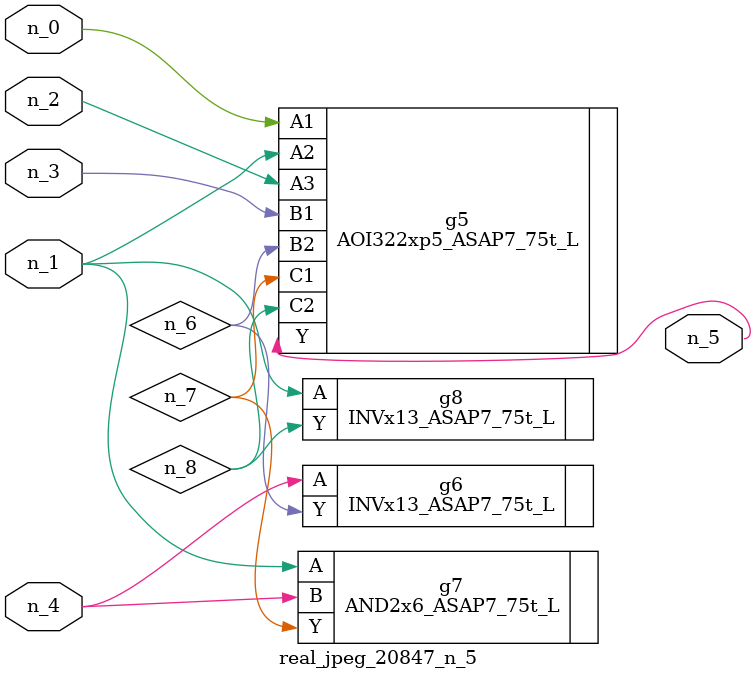
<source format=v>
module real_jpeg_20847_n_5 (n_4, n_0, n_1, n_2, n_3, n_5);

input n_4;
input n_0;
input n_1;
input n_2;
input n_3;

output n_5;

wire n_8;
wire n_6;
wire n_7;

AOI322xp5_ASAP7_75t_L g5 ( 
.A1(n_0),
.A2(n_1),
.A3(n_2),
.B1(n_3),
.B2(n_6),
.C1(n_7),
.C2(n_8),
.Y(n_5)
);

AND2x6_ASAP7_75t_L g7 ( 
.A(n_1),
.B(n_4),
.Y(n_7)
);

INVx13_ASAP7_75t_L g8 ( 
.A(n_1),
.Y(n_8)
);

INVx13_ASAP7_75t_L g6 ( 
.A(n_4),
.Y(n_6)
);


endmodule
</source>
